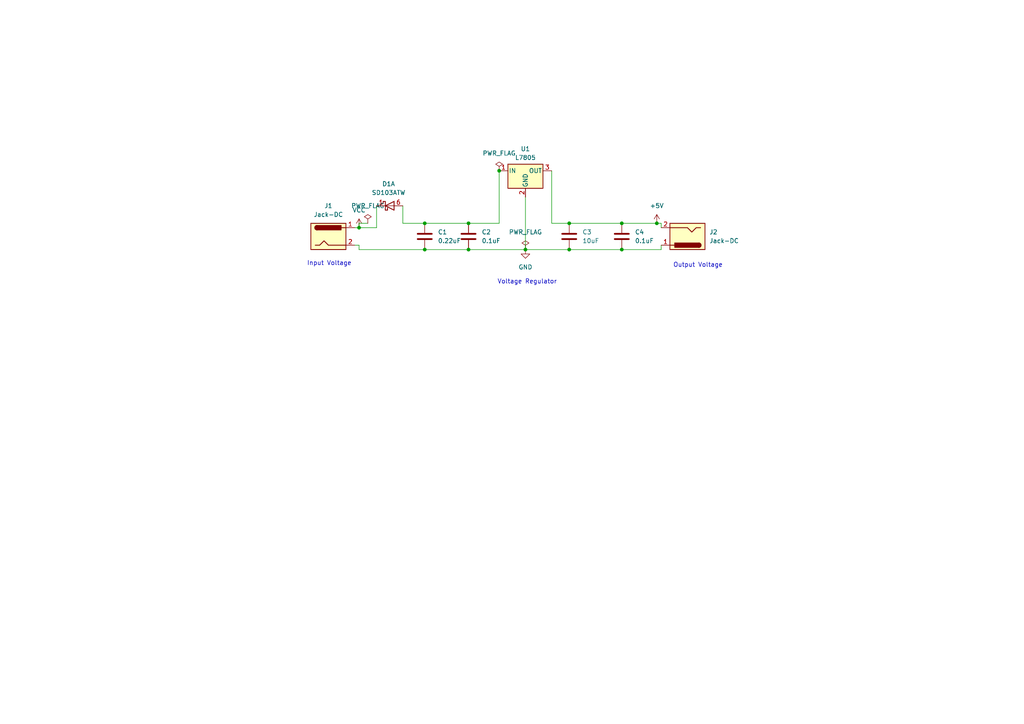
<source format=kicad_sch>
(kicad_sch
	(version 20231120)
	(generator "eeschema")
	(generator_version "8.0")
	(uuid "88049f57-0c55-4beb-8015-5c49febb058b")
	(paper "A4")
	(lib_symbols
		(symbol "Connector:Jack-DC"
			(pin_names
				(offset 1.016)
			)
			(exclude_from_sim no)
			(in_bom yes)
			(on_board yes)
			(property "Reference" "J"
				(at 0 5.334 0)
				(effects
					(font
						(size 1.27 1.27)
					)
				)
			)
			(property "Value" "Jack-DC"
				(at 0 -5.08 0)
				(effects
					(font
						(size 1.27 1.27)
					)
				)
			)
			(property "Footprint" ""
				(at 1.27 -1.016 0)
				(effects
					(font
						(size 1.27 1.27)
					)
					(hide yes)
				)
			)
			(property "Datasheet" "~"
				(at 1.27 -1.016 0)
				(effects
					(font
						(size 1.27 1.27)
					)
					(hide yes)
				)
			)
			(property "Description" "DC Barrel Jack"
				(at 0 0 0)
				(effects
					(font
						(size 1.27 1.27)
					)
					(hide yes)
				)
			)
			(property "ki_keywords" "DC power barrel jack connector"
				(at 0 0 0)
				(effects
					(font
						(size 1.27 1.27)
					)
					(hide yes)
				)
			)
			(property "ki_fp_filters" "BarrelJack*"
				(at 0 0 0)
				(effects
					(font
						(size 1.27 1.27)
					)
					(hide yes)
				)
			)
			(symbol "Jack-DC_0_1"
				(rectangle
					(start -5.08 3.81)
					(end 5.08 -3.81)
					(stroke
						(width 0.254)
						(type default)
					)
					(fill
						(type background)
					)
				)
				(arc
					(start -3.302 3.175)
					(mid -3.9343 2.54)
					(end -3.302 1.905)
					(stroke
						(width 0.254)
						(type default)
					)
					(fill
						(type none)
					)
				)
				(arc
					(start -3.302 3.175)
					(mid -3.9343 2.54)
					(end -3.302 1.905)
					(stroke
						(width 0.254)
						(type default)
					)
					(fill
						(type outline)
					)
				)
				(polyline
					(pts
						(xy 5.08 2.54) (xy 3.81 2.54)
					)
					(stroke
						(width 0.254)
						(type default)
					)
					(fill
						(type none)
					)
				)
				(polyline
					(pts
						(xy -3.81 -2.54) (xy -2.54 -2.54) (xy -1.27 -1.27) (xy 0 -2.54) (xy 2.54 -2.54) (xy 5.08 -2.54)
					)
					(stroke
						(width 0.254)
						(type default)
					)
					(fill
						(type none)
					)
				)
				(rectangle
					(start 3.683 3.175)
					(end -3.302 1.905)
					(stroke
						(width 0.254)
						(type default)
					)
					(fill
						(type outline)
					)
				)
			)
			(symbol "Jack-DC_1_1"
				(pin passive line
					(at 7.62 2.54 180)
					(length 2.54)
					(name "~"
						(effects
							(font
								(size 1.27 1.27)
							)
						)
					)
					(number "1"
						(effects
							(font
								(size 1.27 1.27)
							)
						)
					)
				)
				(pin passive line
					(at 7.62 -2.54 180)
					(length 2.54)
					(name "~"
						(effects
							(font
								(size 1.27 1.27)
							)
						)
					)
					(number "2"
						(effects
							(font
								(size 1.27 1.27)
							)
						)
					)
				)
			)
		)
		(symbol "Device:C"
			(pin_numbers hide)
			(pin_names
				(offset 0.254)
			)
			(exclude_from_sim no)
			(in_bom yes)
			(on_board yes)
			(property "Reference" "C"
				(at 0.635 2.54 0)
				(effects
					(font
						(size 1.27 1.27)
					)
					(justify left)
				)
			)
			(property "Value" "C"
				(at 0.635 -2.54 0)
				(effects
					(font
						(size 1.27 1.27)
					)
					(justify left)
				)
			)
			(property "Footprint" ""
				(at 0.9652 -3.81 0)
				(effects
					(font
						(size 1.27 1.27)
					)
					(hide yes)
				)
			)
			(property "Datasheet" "~"
				(at 0 0 0)
				(effects
					(font
						(size 1.27 1.27)
					)
					(hide yes)
				)
			)
			(property "Description" "Unpolarized capacitor"
				(at 0 0 0)
				(effects
					(font
						(size 1.27 1.27)
					)
					(hide yes)
				)
			)
			(property "ki_keywords" "cap capacitor"
				(at 0 0 0)
				(effects
					(font
						(size 1.27 1.27)
					)
					(hide yes)
				)
			)
			(property "ki_fp_filters" "C_*"
				(at 0 0 0)
				(effects
					(font
						(size 1.27 1.27)
					)
					(hide yes)
				)
			)
			(symbol "C_0_1"
				(polyline
					(pts
						(xy -2.032 -0.762) (xy 2.032 -0.762)
					)
					(stroke
						(width 0.508)
						(type default)
					)
					(fill
						(type none)
					)
				)
				(polyline
					(pts
						(xy -2.032 0.762) (xy 2.032 0.762)
					)
					(stroke
						(width 0.508)
						(type default)
					)
					(fill
						(type none)
					)
				)
			)
			(symbol "C_1_1"
				(pin passive line
					(at 0 3.81 270)
					(length 2.794)
					(name "~"
						(effects
							(font
								(size 1.27 1.27)
							)
						)
					)
					(number "1"
						(effects
							(font
								(size 1.27 1.27)
							)
						)
					)
				)
				(pin passive line
					(at 0 -3.81 90)
					(length 2.794)
					(name "~"
						(effects
							(font
								(size 1.27 1.27)
							)
						)
					)
					(number "2"
						(effects
							(font
								(size 1.27 1.27)
							)
						)
					)
				)
			)
		)
		(symbol "Diode:SD103ATW"
			(pin_names hide)
			(exclude_from_sim no)
			(in_bom yes)
			(on_board yes)
			(property "Reference" "D"
				(at -1.27 2.54 0)
				(effects
					(font
						(size 1.27 1.27)
					)
				)
			)
			(property "Value" "SD103ATW"
				(at 0 -2.54 0)
				(effects
					(font
						(size 1.27 1.27)
					)
				)
			)
			(property "Footprint" "Package_TO_SOT_SMD:SOT-363_SC-70-6"
				(at 0 -5.08 0)
				(effects
					(font
						(size 1.27 1.27)
					)
					(hide yes)
				)
			)
			(property "Datasheet" "https://www.diodes.com/assets/Datasheets/ds30374.pdf"
				(at 0 0 0)
				(effects
					(font
						(size 1.27 1.27)
					)
					(hide yes)
				)
			)
			(property "Description" "Schottky Barrier Diode Array, SOT-363"
				(at 0 0 0)
				(effects
					(font
						(size 1.27 1.27)
					)
					(hide yes)
				)
			)
			(property "ki_keywords" "schottky barrier diode array"
				(at 0 0 0)
				(effects
					(font
						(size 1.27 1.27)
					)
					(hide yes)
				)
			)
			(property "ki_fp_filters" "SOT?363*"
				(at 0 0 0)
				(effects
					(font
						(size 1.27 1.27)
					)
					(hide yes)
				)
			)
			(symbol "SD103ATW_0_1"
				(polyline
					(pts
						(xy 1.27 0) (xy -1.27 0)
					)
					(stroke
						(width 0)
						(type default)
					)
					(fill
						(type none)
					)
				)
				(polyline
					(pts
						(xy 1.27 1.27) (xy 1.27 -1.27) (xy -1.27 0) (xy 1.27 1.27)
					)
					(stroke
						(width 0.254)
						(type default)
					)
					(fill
						(type none)
					)
				)
				(polyline
					(pts
						(xy -1.905 0.635) (xy -1.905 1.27) (xy -1.27 1.27) (xy -1.27 -1.27) (xy -0.635 -1.27) (xy -0.635 -0.635)
					)
					(stroke
						(width 0.254)
						(type default)
					)
					(fill
						(type none)
					)
				)
			)
			(symbol "SD103ATW_1_1"
				(pin passive line
					(at -3.81 0 0)
					(length 2.54)
					(name "K"
						(effects
							(font
								(size 1.27 1.27)
							)
						)
					)
					(number "1"
						(effects
							(font
								(size 1.27 1.27)
							)
						)
					)
				)
				(pin passive line
					(at 3.81 0 180)
					(length 2.54)
					(name "A"
						(effects
							(font
								(size 1.27 1.27)
							)
						)
					)
					(number "6"
						(effects
							(font
								(size 1.27 1.27)
							)
						)
					)
				)
			)
			(symbol "SD103ATW_2_1"
				(pin passive line
					(at -3.81 0 0)
					(length 2.54)
					(name "K"
						(effects
							(font
								(size 1.27 1.27)
							)
						)
					)
					(number "2"
						(effects
							(font
								(size 1.27 1.27)
							)
						)
					)
				)
				(pin passive line
					(at 3.81 0 180)
					(length 2.54)
					(name "A"
						(effects
							(font
								(size 1.27 1.27)
							)
						)
					)
					(number "5"
						(effects
							(font
								(size 1.27 1.27)
							)
						)
					)
				)
			)
			(symbol "SD103ATW_3_1"
				(pin passive line
					(at -3.81 0 0)
					(length 2.54)
					(name "K"
						(effects
							(font
								(size 1.27 1.27)
							)
						)
					)
					(number "3"
						(effects
							(font
								(size 1.27 1.27)
							)
						)
					)
				)
				(pin passive line
					(at 3.81 0 180)
					(length 2.54)
					(name "A"
						(effects
							(font
								(size 1.27 1.27)
							)
						)
					)
					(number "4"
						(effects
							(font
								(size 1.27 1.27)
							)
						)
					)
				)
			)
		)
		(symbol "Regulator_Linear:L7805"
			(pin_names
				(offset 0.254)
			)
			(exclude_from_sim no)
			(in_bom yes)
			(on_board yes)
			(property "Reference" "U"
				(at -3.81 3.175 0)
				(effects
					(font
						(size 1.27 1.27)
					)
				)
			)
			(property "Value" "L7805"
				(at 0 3.175 0)
				(effects
					(font
						(size 1.27 1.27)
					)
					(justify left)
				)
			)
			(property "Footprint" ""
				(at 0.635 -3.81 0)
				(effects
					(font
						(size 1.27 1.27)
						(italic yes)
					)
					(justify left)
					(hide yes)
				)
			)
			(property "Datasheet" "http://www.st.com/content/ccc/resource/technical/document/datasheet/41/4f/b3/b0/12/d4/47/88/CD00000444.pdf/files/CD00000444.pdf/jcr:content/translations/en.CD00000444.pdf"
				(at 0 -1.27 0)
				(effects
					(font
						(size 1.27 1.27)
					)
					(hide yes)
				)
			)
			(property "Description" "Positive 1.5A 35V Linear Regulator, Fixed Output 5V, TO-220/TO-263/TO-252"
				(at 0 0 0)
				(effects
					(font
						(size 1.27 1.27)
					)
					(hide yes)
				)
			)
			(property "ki_keywords" "Voltage Regulator 1.5A Positive"
				(at 0 0 0)
				(effects
					(font
						(size 1.27 1.27)
					)
					(hide yes)
				)
			)
			(property "ki_fp_filters" "TO?252* TO?263* TO?220*"
				(at 0 0 0)
				(effects
					(font
						(size 1.27 1.27)
					)
					(hide yes)
				)
			)
			(symbol "L7805_0_1"
				(rectangle
					(start -5.08 1.905)
					(end 5.08 -5.08)
					(stroke
						(width 0.254)
						(type default)
					)
					(fill
						(type background)
					)
				)
			)
			(symbol "L7805_1_1"
				(pin power_in line
					(at -7.62 0 0)
					(length 2.54)
					(name "IN"
						(effects
							(font
								(size 1.27 1.27)
							)
						)
					)
					(number "1"
						(effects
							(font
								(size 1.27 1.27)
							)
						)
					)
				)
				(pin power_in line
					(at 0 -7.62 90)
					(length 2.54)
					(name "GND"
						(effects
							(font
								(size 1.27 1.27)
							)
						)
					)
					(number "2"
						(effects
							(font
								(size 1.27 1.27)
							)
						)
					)
				)
				(pin power_out line
					(at 7.62 0 180)
					(length 2.54)
					(name "OUT"
						(effects
							(font
								(size 1.27 1.27)
							)
						)
					)
					(number "3"
						(effects
							(font
								(size 1.27 1.27)
							)
						)
					)
				)
			)
		)
		(symbol "power:+5V"
			(power)
			(pin_numbers hide)
			(pin_names
				(offset 0) hide)
			(exclude_from_sim no)
			(in_bom yes)
			(on_board yes)
			(property "Reference" "#PWR"
				(at 0 -3.81 0)
				(effects
					(font
						(size 1.27 1.27)
					)
					(hide yes)
				)
			)
			(property "Value" "+5V"
				(at 0 3.556 0)
				(effects
					(font
						(size 1.27 1.27)
					)
				)
			)
			(property "Footprint" ""
				(at 0 0 0)
				(effects
					(font
						(size 1.27 1.27)
					)
					(hide yes)
				)
			)
			(property "Datasheet" ""
				(at 0 0 0)
				(effects
					(font
						(size 1.27 1.27)
					)
					(hide yes)
				)
			)
			(property "Description" "Power symbol creates a global label with name \"+5V\""
				(at 0 0 0)
				(effects
					(font
						(size 1.27 1.27)
					)
					(hide yes)
				)
			)
			(property "ki_keywords" "global power"
				(at 0 0 0)
				(effects
					(font
						(size 1.27 1.27)
					)
					(hide yes)
				)
			)
			(symbol "+5V_0_1"
				(polyline
					(pts
						(xy -0.762 1.27) (xy 0 2.54)
					)
					(stroke
						(width 0)
						(type default)
					)
					(fill
						(type none)
					)
				)
				(polyline
					(pts
						(xy 0 0) (xy 0 2.54)
					)
					(stroke
						(width 0)
						(type default)
					)
					(fill
						(type none)
					)
				)
				(polyline
					(pts
						(xy 0 2.54) (xy 0.762 1.27)
					)
					(stroke
						(width 0)
						(type default)
					)
					(fill
						(type none)
					)
				)
			)
			(symbol "+5V_1_1"
				(pin power_in line
					(at 0 0 90)
					(length 0)
					(name "~"
						(effects
							(font
								(size 1.27 1.27)
							)
						)
					)
					(number "1"
						(effects
							(font
								(size 1.27 1.27)
							)
						)
					)
				)
			)
		)
		(symbol "power:GND"
			(power)
			(pin_numbers hide)
			(pin_names
				(offset 0) hide)
			(exclude_from_sim no)
			(in_bom yes)
			(on_board yes)
			(property "Reference" "#PWR"
				(at 0 -6.35 0)
				(effects
					(font
						(size 1.27 1.27)
					)
					(hide yes)
				)
			)
			(property "Value" "GND"
				(at 0 -3.81 0)
				(effects
					(font
						(size 1.27 1.27)
					)
				)
			)
			(property "Footprint" ""
				(at 0 0 0)
				(effects
					(font
						(size 1.27 1.27)
					)
					(hide yes)
				)
			)
			(property "Datasheet" ""
				(at 0 0 0)
				(effects
					(font
						(size 1.27 1.27)
					)
					(hide yes)
				)
			)
			(property "Description" "Power symbol creates a global label with name \"GND\" , ground"
				(at 0 0 0)
				(effects
					(font
						(size 1.27 1.27)
					)
					(hide yes)
				)
			)
			(property "ki_keywords" "global power"
				(at 0 0 0)
				(effects
					(font
						(size 1.27 1.27)
					)
					(hide yes)
				)
			)
			(symbol "GND_0_1"
				(polyline
					(pts
						(xy 0 0) (xy 0 -1.27) (xy 1.27 -1.27) (xy 0 -2.54) (xy -1.27 -1.27) (xy 0 -1.27)
					)
					(stroke
						(width 0)
						(type default)
					)
					(fill
						(type none)
					)
				)
			)
			(symbol "GND_1_1"
				(pin power_in line
					(at 0 0 270)
					(length 0)
					(name "~"
						(effects
							(font
								(size 1.27 1.27)
							)
						)
					)
					(number "1"
						(effects
							(font
								(size 1.27 1.27)
							)
						)
					)
				)
			)
		)
		(symbol "power:PWR_FLAG"
			(power)
			(pin_numbers hide)
			(pin_names
				(offset 0) hide)
			(exclude_from_sim no)
			(in_bom yes)
			(on_board yes)
			(property "Reference" "#FLG"
				(at 0 1.905 0)
				(effects
					(font
						(size 1.27 1.27)
					)
					(hide yes)
				)
			)
			(property "Value" "PWR_FLAG"
				(at 0 3.81 0)
				(effects
					(font
						(size 1.27 1.27)
					)
				)
			)
			(property "Footprint" ""
				(at 0 0 0)
				(effects
					(font
						(size 1.27 1.27)
					)
					(hide yes)
				)
			)
			(property "Datasheet" "~"
				(at 0 0 0)
				(effects
					(font
						(size 1.27 1.27)
					)
					(hide yes)
				)
			)
			(property "Description" "Special symbol for telling ERC where power comes from"
				(at 0 0 0)
				(effects
					(font
						(size 1.27 1.27)
					)
					(hide yes)
				)
			)
			(property "ki_keywords" "flag power"
				(at 0 0 0)
				(effects
					(font
						(size 1.27 1.27)
					)
					(hide yes)
				)
			)
			(symbol "PWR_FLAG_0_0"
				(pin power_out line
					(at 0 0 90)
					(length 0)
					(name "~"
						(effects
							(font
								(size 1.27 1.27)
							)
						)
					)
					(number "1"
						(effects
							(font
								(size 1.27 1.27)
							)
						)
					)
				)
			)
			(symbol "PWR_FLAG_0_1"
				(polyline
					(pts
						(xy 0 0) (xy 0 1.27) (xy -1.016 1.905) (xy 0 2.54) (xy 1.016 1.905) (xy 0 1.27)
					)
					(stroke
						(width 0)
						(type default)
					)
					(fill
						(type none)
					)
				)
			)
		)
		(symbol "power:VCC"
			(power)
			(pin_numbers hide)
			(pin_names
				(offset 0) hide)
			(exclude_from_sim no)
			(in_bom yes)
			(on_board yes)
			(property "Reference" "#PWR"
				(at 0 -3.81 0)
				(effects
					(font
						(size 1.27 1.27)
					)
					(hide yes)
				)
			)
			(property "Value" "VCC"
				(at 0 3.556 0)
				(effects
					(font
						(size 1.27 1.27)
					)
				)
			)
			(property "Footprint" ""
				(at 0 0 0)
				(effects
					(font
						(size 1.27 1.27)
					)
					(hide yes)
				)
			)
			(property "Datasheet" ""
				(at 0 0 0)
				(effects
					(font
						(size 1.27 1.27)
					)
					(hide yes)
				)
			)
			(property "Description" "Power symbol creates a global label with name \"VCC\""
				(at 0 0 0)
				(effects
					(font
						(size 1.27 1.27)
					)
					(hide yes)
				)
			)
			(property "ki_keywords" "global power"
				(at 0 0 0)
				(effects
					(font
						(size 1.27 1.27)
					)
					(hide yes)
				)
			)
			(symbol "VCC_0_1"
				(polyline
					(pts
						(xy -0.762 1.27) (xy 0 2.54)
					)
					(stroke
						(width 0)
						(type default)
					)
					(fill
						(type none)
					)
				)
				(polyline
					(pts
						(xy 0 0) (xy 0 2.54)
					)
					(stroke
						(width 0)
						(type default)
					)
					(fill
						(type none)
					)
				)
				(polyline
					(pts
						(xy 0 2.54) (xy 0.762 1.27)
					)
					(stroke
						(width 0)
						(type default)
					)
					(fill
						(type none)
					)
				)
			)
			(symbol "VCC_1_1"
				(pin power_in line
					(at 0 0 90)
					(length 0)
					(name "~"
						(effects
							(font
								(size 1.27 1.27)
							)
						)
					)
					(number "1"
						(effects
							(font
								(size 1.27 1.27)
							)
						)
					)
				)
			)
		)
	)
	(junction
		(at 190.5 64.77)
		(diameter 0)
		(color 0 0 0 0)
		(uuid "00c55ec4-3ac2-411f-862e-eb73aa885c3d")
	)
	(junction
		(at 104.14 66.04)
		(diameter 0)
		(color 0 0 0 0)
		(uuid "39eec6ce-7db0-4bae-a287-3255c895a570")
	)
	(junction
		(at 165.1 72.39)
		(diameter 0)
		(color 0 0 0 0)
		(uuid "4b4c8258-19f7-4731-a26a-e98d563f8798")
	)
	(junction
		(at 152.4 72.39)
		(diameter 0)
		(color 0 0 0 0)
		(uuid "4ec8394d-6aa1-4a44-bf8a-eef6d80756db")
	)
	(junction
		(at 165.1 64.77)
		(diameter 0)
		(color 0 0 0 0)
		(uuid "4fb50b47-5aec-48ba-b393-2bc7debc46ae")
	)
	(junction
		(at 123.19 64.77)
		(diameter 0)
		(color 0 0 0 0)
		(uuid "57dc44a4-eee0-4d5b-89a2-cb0e8b913980")
	)
	(junction
		(at 135.89 72.39)
		(diameter 0)
		(color 0 0 0 0)
		(uuid "717d1e85-081f-4164-ac24-c4b81c7eeda3")
	)
	(junction
		(at 180.34 72.39)
		(diameter 0)
		(color 0 0 0 0)
		(uuid "9ab86505-b899-468e-8a79-11c34ecf900e")
	)
	(junction
		(at 180.34 64.77)
		(diameter 0)
		(color 0 0 0 0)
		(uuid "aa05ae10-6285-4e5e-b659-9f402ab9e8e7")
	)
	(junction
		(at 144.78 49.53)
		(diameter 0)
		(color 0 0 0 0)
		(uuid "e99e423c-53a7-4804-b9d3-fc9689bd2e48")
	)
	(junction
		(at 123.19 72.39)
		(diameter 0)
		(color 0 0 0 0)
		(uuid "ee0daf0e-b5fa-4158-9ff1-b551c89e4b90")
	)
	(junction
		(at 135.89 64.77)
		(diameter 0)
		(color 0 0 0 0)
		(uuid "ee4448ee-75c1-46ae-8aaf-341e5eeda6b5")
	)
	(wire
		(pts
			(xy 104.14 72.39) (xy 123.19 72.39)
		)
		(stroke
			(width 0)
			(type default)
		)
		(uuid "09f5810c-7f07-4376-acc5-357cb9f0a050")
	)
	(wire
		(pts
			(xy 116.84 59.69) (xy 116.84 64.77)
		)
		(stroke
			(width 0)
			(type default)
		)
		(uuid "0d79b569-8404-4c59-b9c2-020ec56afa6c")
	)
	(wire
		(pts
			(xy 165.1 64.77) (xy 180.34 64.77)
		)
		(stroke
			(width 0)
			(type default)
		)
		(uuid "1ad4f0e0-b98b-47ec-9d8c-d550cf58d7f1")
	)
	(wire
		(pts
			(xy 190.5 64.77) (xy 191.77 64.77)
		)
		(stroke
			(width 0)
			(type default)
		)
		(uuid "1e03818e-fb6d-44f6-8059-d9bca533ab31")
	)
	(wire
		(pts
			(xy 135.89 72.39) (xy 152.4 72.39)
		)
		(stroke
			(width 0)
			(type default)
		)
		(uuid "24a509b0-ce11-4cfd-85c5-82e7c8ffa3b0")
	)
	(wire
		(pts
			(xy 191.77 64.77) (xy 191.77 66.04)
		)
		(stroke
			(width 0)
			(type default)
		)
		(uuid "25234dc9-6f46-4ebe-a3dc-5f8091759e5c")
	)
	(wire
		(pts
			(xy 160.02 64.77) (xy 165.1 64.77)
		)
		(stroke
			(width 0)
			(type default)
		)
		(uuid "26913841-959a-4906-bf77-9949432e6471")
	)
	(wire
		(pts
			(xy 144.78 64.77) (xy 135.89 64.77)
		)
		(stroke
			(width 0)
			(type default)
		)
		(uuid "37946480-2bc3-403e-b782-941411d7f9da")
	)
	(wire
		(pts
			(xy 144.78 49.53) (xy 144.78 64.77)
		)
		(stroke
			(width 0)
			(type default)
		)
		(uuid "3b4441a5-58cb-402d-955a-56d7a2eca0d7")
	)
	(wire
		(pts
			(xy 102.87 71.12) (xy 104.14 71.12)
		)
		(stroke
			(width 0)
			(type default)
		)
		(uuid "46a67741-e4ea-4cc5-95e6-a8f97dffc534")
	)
	(wire
		(pts
			(xy 104.14 64.77) (xy 104.14 66.04)
		)
		(stroke
			(width 0)
			(type default)
		)
		(uuid "6cd1e860-55d3-4f57-b77d-d14ae6177234")
	)
	(wire
		(pts
			(xy 191.77 71.12) (xy 191.77 72.39)
		)
		(stroke
			(width 0)
			(type default)
		)
		(uuid "7a96b305-ac6f-45f3-8553-0cad9b247fe8")
	)
	(wire
		(pts
			(xy 123.19 72.39) (xy 135.89 72.39)
		)
		(stroke
			(width 0)
			(type default)
		)
		(uuid "7ee04106-2f5c-4440-b16f-706056205fd1")
	)
	(wire
		(pts
			(xy 152.4 57.15) (xy 152.4 72.39)
		)
		(stroke
			(width 0)
			(type default)
		)
		(uuid "7ee89cf7-1933-4b68-a4b9-b371988630b6")
	)
	(wire
		(pts
			(xy 104.14 71.12) (xy 104.14 72.39)
		)
		(stroke
			(width 0)
			(type default)
		)
		(uuid "93ee5084-8d9d-4a50-898f-ce0b6fffad6f")
	)
	(wire
		(pts
			(xy 152.4 72.39) (xy 165.1 72.39)
		)
		(stroke
			(width 0)
			(type default)
		)
		(uuid "9968d33b-346a-4493-a53a-2171d766aa15")
	)
	(wire
		(pts
			(xy 160.02 49.53) (xy 160.02 64.77)
		)
		(stroke
			(width 0)
			(type default)
		)
		(uuid "a8cb8938-c901-43ac-993b-0eaa45e6ca42")
	)
	(wire
		(pts
			(xy 102.87 66.04) (xy 104.14 66.04)
		)
		(stroke
			(width 0)
			(type default)
		)
		(uuid "a94063a9-9abd-45b7-9c64-0f96120fe876")
	)
	(wire
		(pts
			(xy 180.34 72.39) (xy 191.77 72.39)
		)
		(stroke
			(width 0)
			(type default)
		)
		(uuid "b37f87de-4e03-420f-9833-2581a3aa99be")
	)
	(wire
		(pts
			(xy 180.34 64.77) (xy 190.5 64.77)
		)
		(stroke
			(width 0)
			(type default)
		)
		(uuid "d065a6ae-90f8-43b2-9b6a-f7fef007b088")
	)
	(wire
		(pts
			(xy 165.1 72.39) (xy 180.34 72.39)
		)
		(stroke
			(width 0)
			(type default)
		)
		(uuid "d395821d-bbac-4ced-859b-c31ead01797f")
	)
	(wire
		(pts
			(xy 123.19 64.77) (xy 135.89 64.77)
		)
		(stroke
			(width 0)
			(type default)
		)
		(uuid "e2632622-d5a4-42b5-8666-1ba3e6863a28")
	)
	(wire
		(pts
			(xy 109.22 59.69) (xy 109.22 66.04)
		)
		(stroke
			(width 0)
			(type default)
		)
		(uuid "e6bb7b88-7c98-4ebc-9fa7-1790b73d73f7")
	)
	(wire
		(pts
			(xy 104.14 66.04) (xy 109.22 66.04)
		)
		(stroke
			(width 0)
			(type default)
		)
		(uuid "ec4c96c1-4086-45db-a453-55592981c731")
	)
	(wire
		(pts
			(xy 106.68 64.77) (xy 104.14 64.77)
		)
		(stroke
			(width 0)
			(type default)
		)
		(uuid "eee3c16e-e3dd-4ed8-8016-57f752185409")
	)
	(wire
		(pts
			(xy 116.84 64.77) (xy 123.19 64.77)
		)
		(stroke
			(width 0)
			(type default)
		)
		(uuid "f2c82e7f-58b8-41eb-8d5c-15eb9895f492")
	)
	(text "Voltage Regulator"
		(exclude_from_sim no)
		(at 152.908 81.788 0)
		(effects
			(font
				(size 1.27 1.27)
			)
		)
		(uuid "710454f4-ccc7-437a-b8ba-717cefe3e54d")
	)
	(text "Input Voltage"
		(exclude_from_sim no)
		(at 95.504 76.454 0)
		(effects
			(font
				(size 1.27 1.27)
			)
		)
		(uuid "bdc664c6-5767-46cf-87a3-d049272e3460")
	)
	(text "Output Voltage"
		(exclude_from_sim no)
		(at 202.438 76.962 0)
		(effects
			(font
				(size 1.27 1.27)
			)
		)
		(uuid "e85d89b9-591e-4608-ab9a-304febb858ca")
	)
	(symbol
		(lib_id "Connector:Jack-DC")
		(at 95.25 68.58 0)
		(unit 1)
		(exclude_from_sim no)
		(in_bom yes)
		(on_board yes)
		(dnp no)
		(fields_autoplaced yes)
		(uuid "00cc2ee9-068f-44eb-bb1d-50d489d2afb7")
		(property "Reference" "J1"
			(at 95.25 59.69 0)
			(effects
				(font
					(size 1.27 1.27)
				)
			)
		)
		(property "Value" "Jack-DC"
			(at 95.25 62.23 0)
			(effects
				(font
					(size 1.27 1.27)
				)
			)
		)
		(property "Footprint" "Connector_BarrelJack:BarrelJack_SwitchcraftConxall_RAPC10U_Horizontal"
			(at 96.52 69.596 0)
			(effects
				(font
					(size 1.27 1.27)
				)
				(hide yes)
			)
		)
		(property "Datasheet" "~"
			(at 96.52 69.596 0)
			(effects
				(font
					(size 1.27 1.27)
				)
				(hide yes)
			)
		)
		(property "Description" "DC Barrel Jack"
			(at 95.25 68.58 0)
			(effects
				(font
					(size 1.27 1.27)
				)
				(hide yes)
			)
		)
		(pin "2"
			(uuid "24fb5392-2764-4488-bd96-3eaee6d129d0")
		)
		(pin "1"
			(uuid "4a2c9b7f-f465-4e14-99bf-500fa4bbc6b8")
		)
		(instances
			(project ""
				(path "/88049f57-0c55-4beb-8015-5c49febb058b"
					(reference "J1")
					(unit 1)
				)
			)
		)
	)
	(symbol
		(lib_id "Device:C")
		(at 123.19 68.58 0)
		(unit 1)
		(exclude_from_sim no)
		(in_bom yes)
		(on_board yes)
		(dnp no)
		(fields_autoplaced yes)
		(uuid "1b865070-537c-4512-85bf-3ae6cdc3d82e")
		(property "Reference" "C1"
			(at 127 67.3099 0)
			(effects
				(font
					(size 1.27 1.27)
				)
				(justify left)
			)
		)
		(property "Value" "0.22uF"
			(at 127 69.8499 0)
			(effects
				(font
					(size 1.27 1.27)
				)
				(justify left)
			)
		)
		(property "Footprint" "Capacitor_SMD:C_0201_0603Metric_Pad0.64x0.40mm_HandSolder"
			(at 124.1552 72.39 0)
			(effects
				(font
					(size 1.27 1.27)
				)
				(hide yes)
			)
		)
		(property "Datasheet" "~"
			(at 123.19 68.58 0)
			(effects
				(font
					(size 1.27 1.27)
				)
				(hide yes)
			)
		)
		(property "Description" "Unpolarized capacitor"
			(at 123.19 68.58 0)
			(effects
				(font
					(size 1.27 1.27)
				)
				(hide yes)
			)
		)
		(pin "1"
			(uuid "1aac1cfa-55d8-4250-93ca-f58fe22cb615")
		)
		(pin "2"
			(uuid "ea2e1396-27bc-4620-b5fc-a417c30ac3fa")
		)
		(instances
			(project ""
				(path "/88049f57-0c55-4beb-8015-5c49febb058b"
					(reference "C1")
					(unit 1)
				)
			)
		)
	)
	(symbol
		(lib_id "power:PWR_FLAG")
		(at 144.78 49.53 0)
		(unit 1)
		(exclude_from_sim no)
		(in_bom yes)
		(on_board yes)
		(dnp no)
		(fields_autoplaced yes)
		(uuid "1d6f5ab7-7705-4394-a75d-c294a2b5e239")
		(property "Reference" "#FLG03"
			(at 144.78 47.625 0)
			(effects
				(font
					(size 1.27 1.27)
				)
				(hide yes)
			)
		)
		(property "Value" "PWR_FLAG"
			(at 144.78 44.45 0)
			(effects
				(font
					(size 1.27 1.27)
				)
			)
		)
		(property "Footprint" ""
			(at 144.78 49.53 0)
			(effects
				(font
					(size 1.27 1.27)
				)
				(hide yes)
			)
		)
		(property "Datasheet" "~"
			(at 144.78 49.53 0)
			(effects
				(font
					(size 1.27 1.27)
				)
				(hide yes)
			)
		)
		(property "Description" "Special symbol for telling ERC where power comes from"
			(at 144.78 49.53 0)
			(effects
				(font
					(size 1.27 1.27)
				)
				(hide yes)
			)
		)
		(pin "1"
			(uuid "eab1db8a-52f3-4a51-9aed-8d3666a24e24")
		)
		(instances
			(project ""
				(path "/88049f57-0c55-4beb-8015-5c49febb058b"
					(reference "#FLG03")
					(unit 1)
				)
			)
		)
	)
	(symbol
		(lib_id "power:PWR_FLAG")
		(at 106.68 64.77 0)
		(unit 1)
		(exclude_from_sim no)
		(in_bom yes)
		(on_board yes)
		(dnp no)
		(fields_autoplaced yes)
		(uuid "3feba342-c08c-4845-879a-349c5d28dd1b")
		(property "Reference" "#FLG01"
			(at 106.68 62.865 0)
			(effects
				(font
					(size 1.27 1.27)
				)
				(hide yes)
			)
		)
		(property "Value" "PWR_FLAG"
			(at 106.68 59.69 0)
			(effects
				(font
					(size 1.27 1.27)
				)
			)
		)
		(property "Footprint" ""
			(at 106.68 64.77 0)
			(effects
				(font
					(size 1.27 1.27)
				)
				(hide yes)
			)
		)
		(property "Datasheet" "~"
			(at 106.68 64.77 0)
			(effects
				(font
					(size 1.27 1.27)
				)
				(hide yes)
			)
		)
		(property "Description" "Special symbol for telling ERC where power comes from"
			(at 106.68 64.77 0)
			(effects
				(font
					(size 1.27 1.27)
				)
				(hide yes)
			)
		)
		(pin "1"
			(uuid "195cb6d0-cb37-4899-9082-617e74f95191")
		)
		(instances
			(project ""
				(path "/88049f57-0c55-4beb-8015-5c49febb058b"
					(reference "#FLG01")
					(unit 1)
				)
			)
		)
	)
	(symbol
		(lib_id "Device:C")
		(at 180.34 68.58 0)
		(unit 1)
		(exclude_from_sim no)
		(in_bom yes)
		(on_board yes)
		(dnp no)
		(fields_autoplaced yes)
		(uuid "4b32f952-4d3e-43c2-8804-eace73c6794c")
		(property "Reference" "C4"
			(at 184.15 67.3099 0)
			(effects
				(font
					(size 1.27 1.27)
				)
				(justify left)
			)
		)
		(property "Value" "0.1uF"
			(at 184.15 69.8499 0)
			(effects
				(font
					(size 1.27 1.27)
				)
				(justify left)
			)
		)
		(property "Footprint" "Capacitor_SMD:C_0201_0603Metric_Pad0.64x0.40mm_HandSolder"
			(at 181.3052 72.39 0)
			(effects
				(font
					(size 1.27 1.27)
				)
				(hide yes)
			)
		)
		(property "Datasheet" "~"
			(at 180.34 68.58 0)
			(effects
				(font
					(size 1.27 1.27)
				)
				(hide yes)
			)
		)
		(property "Description" "Unpolarized capacitor"
			(at 180.34 68.58 0)
			(effects
				(font
					(size 1.27 1.27)
				)
				(hide yes)
			)
		)
		(pin "1"
			(uuid "39950cde-5468-4de9-b3e5-467b0b440567")
		)
		(pin "2"
			(uuid "31142510-0839-4135-81d2-cfa5e843ca47")
		)
		(instances
			(project "Voltage Regulator"
				(path "/88049f57-0c55-4beb-8015-5c49febb058b"
					(reference "C4")
					(unit 1)
				)
			)
		)
	)
	(symbol
		(lib_id "Device:C")
		(at 165.1 68.58 0)
		(unit 1)
		(exclude_from_sim no)
		(in_bom yes)
		(on_board yes)
		(dnp no)
		(fields_autoplaced yes)
		(uuid "4db76e95-4777-43c5-9216-7bfb254cb134")
		(property "Reference" "C3"
			(at 168.91 67.3099 0)
			(effects
				(font
					(size 1.27 1.27)
				)
				(justify left)
			)
		)
		(property "Value" "10uF"
			(at 168.91 69.8499 0)
			(effects
				(font
					(size 1.27 1.27)
				)
				(justify left)
			)
		)
		(property "Footprint" "Capacitor_SMD:C_0201_0603Metric_Pad0.64x0.40mm_HandSolder"
			(at 166.0652 72.39 0)
			(effects
				(font
					(size 1.27 1.27)
				)
				(hide yes)
			)
		)
		(property "Datasheet" "~"
			(at 165.1 68.58 0)
			(effects
				(font
					(size 1.27 1.27)
				)
				(hide yes)
			)
		)
		(property "Description" "Unpolarized capacitor"
			(at 165.1 68.58 0)
			(effects
				(font
					(size 1.27 1.27)
				)
				(hide yes)
			)
		)
		(pin "1"
			(uuid "5a88a1bd-2ff7-428b-aad5-71a6240a720c")
		)
		(pin "2"
			(uuid "3bff8d06-787f-471e-ab47-d732f2eed33f")
		)
		(instances
			(project "Voltage Regulator"
				(path "/88049f57-0c55-4beb-8015-5c49febb058b"
					(reference "C3")
					(unit 1)
				)
			)
		)
	)
	(symbol
		(lib_id "Device:C")
		(at 135.89 68.58 0)
		(unit 1)
		(exclude_from_sim no)
		(in_bom yes)
		(on_board yes)
		(dnp no)
		(fields_autoplaced yes)
		(uuid "52035c44-7dd1-4076-8e25-078730468d9e")
		(property "Reference" "C2"
			(at 139.7 67.3099 0)
			(effects
				(font
					(size 1.27 1.27)
				)
				(justify left)
			)
		)
		(property "Value" "0.1uF"
			(at 139.7 69.8499 0)
			(effects
				(font
					(size 1.27 1.27)
				)
				(justify left)
			)
		)
		(property "Footprint" "Capacitor_SMD:C_0201_0603Metric_Pad0.64x0.40mm_HandSolder"
			(at 136.8552 72.39 0)
			(effects
				(font
					(size 1.27 1.27)
				)
				(hide yes)
			)
		)
		(property "Datasheet" "~"
			(at 135.89 68.58 0)
			(effects
				(font
					(size 1.27 1.27)
				)
				(hide yes)
			)
		)
		(property "Description" "Unpolarized capacitor"
			(at 135.89 68.58 0)
			(effects
				(font
					(size 1.27 1.27)
				)
				(hide yes)
			)
		)
		(pin "1"
			(uuid "a3c5bdcb-c6af-4d1c-b841-6baee7b1d19a")
		)
		(pin "2"
			(uuid "5e215488-7ddd-4ca7-a421-58018af6662e")
		)
		(instances
			(project "Voltage Regulator"
				(path "/88049f57-0c55-4beb-8015-5c49febb058b"
					(reference "C2")
					(unit 1)
				)
			)
		)
	)
	(symbol
		(lib_id "Regulator_Linear:L7805")
		(at 152.4 49.53 0)
		(unit 1)
		(exclude_from_sim no)
		(in_bom yes)
		(on_board yes)
		(dnp no)
		(fields_autoplaced yes)
		(uuid "5d001e75-1ae7-4cbc-955b-5725567802f6")
		(property "Reference" "U1"
			(at 152.4 43.18 0)
			(effects
				(font
					(size 1.27 1.27)
				)
			)
		)
		(property "Value" "L7805"
			(at 152.4 45.72 0)
			(effects
				(font
					(size 1.27 1.27)
				)
			)
		)
		(property "Footprint" "Package_TO_SOT_THT:TO-220-3_Vertical"
			(at 153.035 53.34 0)
			(effects
				(font
					(size 1.27 1.27)
					(italic yes)
				)
				(justify left)
				(hide yes)
			)
		)
		(property "Datasheet" "http://www.st.com/content/ccc/resource/technical/document/datasheet/41/4f/b3/b0/12/d4/47/88/CD00000444.pdf/files/CD00000444.pdf/jcr:content/translations/en.CD00000444.pdf"
			(at 152.4 50.8 0)
			(effects
				(font
					(size 1.27 1.27)
				)
				(hide yes)
			)
		)
		(property "Description" "Positive 1.5A 35V Linear Regulator, Fixed Output 5V, TO-220/TO-263/TO-252"
			(at 152.4 49.53 0)
			(effects
				(font
					(size 1.27 1.27)
				)
				(hide yes)
			)
		)
		(pin "1"
			(uuid "1c1233d7-c5fe-4c4e-9bfc-f386521642e3")
		)
		(pin "3"
			(uuid "cb5bf623-e18b-4b6b-9c6d-7b0640f3b295")
		)
		(pin "2"
			(uuid "222e7150-67a7-4200-a6c2-43de6f9371f5")
		)
		(instances
			(project ""
				(path "/88049f57-0c55-4beb-8015-5c49febb058b"
					(reference "U1")
					(unit 1)
				)
			)
		)
	)
	(symbol
		(lib_id "power:+5V")
		(at 190.5 64.77 0)
		(unit 1)
		(exclude_from_sim no)
		(in_bom yes)
		(on_board yes)
		(dnp no)
		(fields_autoplaced yes)
		(uuid "674889e5-fe5f-4c53-aabe-e2ff38033e57")
		(property "Reference" "#PWR03"
			(at 190.5 68.58 0)
			(effects
				(font
					(size 1.27 1.27)
				)
				(hide yes)
			)
		)
		(property "Value" "+5V"
			(at 190.5 59.69 0)
			(effects
				(font
					(size 1.27 1.27)
				)
			)
		)
		(property "Footprint" ""
			(at 190.5 64.77 0)
			(effects
				(font
					(size 1.27 1.27)
				)
				(hide yes)
			)
		)
		(property "Datasheet" ""
			(at 190.5 64.77 0)
			(effects
				(font
					(size 1.27 1.27)
				)
				(hide yes)
			)
		)
		(property "Description" "Power symbol creates a global label with name \"+5V\""
			(at 190.5 64.77 0)
			(effects
				(font
					(size 1.27 1.27)
				)
				(hide yes)
			)
		)
		(pin "1"
			(uuid "75aa559f-700d-4c72-b972-c3ff5e395950")
		)
		(instances
			(project ""
				(path "/88049f57-0c55-4beb-8015-5c49febb058b"
					(reference "#PWR03")
					(unit 1)
				)
			)
		)
	)
	(symbol
		(lib_id "Connector:Jack-DC")
		(at 199.39 68.58 180)
		(unit 1)
		(exclude_from_sim no)
		(in_bom yes)
		(on_board yes)
		(dnp no)
		(fields_autoplaced yes)
		(uuid "81b22c58-5b2c-400f-b79f-829d378ab331")
		(property "Reference" "J2"
			(at 205.74 67.3099 0)
			(effects
				(font
					(size 1.27 1.27)
				)
				(justify right)
			)
		)
		(property "Value" "Jack-DC"
			(at 205.74 69.8499 0)
			(effects
				(font
					(size 1.27 1.27)
				)
				(justify right)
			)
		)
		(property "Footprint" "Connector_BarrelJack:BarrelJack_SwitchcraftConxall_RAPC10U_Horizontal"
			(at 198.12 67.564 0)
			(effects
				(font
					(size 1.27 1.27)
				)
				(hide yes)
			)
		)
		(property "Datasheet" "~"
			(at 198.12 67.564 0)
			(effects
				(font
					(size 1.27 1.27)
				)
				(hide yes)
			)
		)
		(property "Description" "DC Barrel Jack"
			(at 199.39 68.58 0)
			(effects
				(font
					(size 1.27 1.27)
				)
				(hide yes)
			)
		)
		(pin "2"
			(uuid "5476de85-8e9d-464a-a028-546fb088a446")
		)
		(pin "1"
			(uuid "29d540ec-1721-45c3-9cad-d8bced2301ea")
		)
		(instances
			(project "Voltage Regulator"
				(path "/88049f57-0c55-4beb-8015-5c49febb058b"
					(reference "J2")
					(unit 1)
				)
			)
		)
	)
	(symbol
		(lib_id "power:PWR_FLAG")
		(at 152.4 72.39 0)
		(unit 1)
		(exclude_from_sim no)
		(in_bom yes)
		(on_board yes)
		(dnp no)
		(fields_autoplaced yes)
		(uuid "9ace0800-dfe8-4d0b-a67a-4a8a7fe9d0db")
		(property "Reference" "#FLG02"
			(at 152.4 70.485 0)
			(effects
				(font
					(size 1.27 1.27)
				)
				(hide yes)
			)
		)
		(property "Value" "PWR_FLAG"
			(at 152.4 67.31 0)
			(effects
				(font
					(size 1.27 1.27)
				)
			)
		)
		(property "Footprint" ""
			(at 152.4 72.39 0)
			(effects
				(font
					(size 1.27 1.27)
				)
				(hide yes)
			)
		)
		(property "Datasheet" "~"
			(at 152.4 72.39 0)
			(effects
				(font
					(size 1.27 1.27)
				)
				(hide yes)
			)
		)
		(property "Description" "Special symbol for telling ERC where power comes from"
			(at 152.4 72.39 0)
			(effects
				(font
					(size 1.27 1.27)
				)
				(hide yes)
			)
		)
		(pin "1"
			(uuid "46cbc777-e268-4773-bffa-caacfbf27d74")
		)
		(instances
			(project ""
				(path "/88049f57-0c55-4beb-8015-5c49febb058b"
					(reference "#FLG02")
					(unit 1)
				)
			)
		)
	)
	(symbol
		(lib_id "power:GND")
		(at 152.4 72.39 0)
		(unit 1)
		(exclude_from_sim no)
		(in_bom yes)
		(on_board yes)
		(dnp no)
		(fields_autoplaced yes)
		(uuid "a0a9bd5c-ee0f-4a7b-b008-8ef61f2fc87a")
		(property "Reference" "#PWR01"
			(at 152.4 78.74 0)
			(effects
				(font
					(size 1.27 1.27)
				)
				(hide yes)
			)
		)
		(property "Value" "GND"
			(at 152.4 77.47 0)
			(effects
				(font
					(size 1.27 1.27)
				)
			)
		)
		(property "Footprint" ""
			(at 152.4 72.39 0)
			(effects
				(font
					(size 1.27 1.27)
				)
				(hide yes)
			)
		)
		(property "Datasheet" ""
			(at 152.4 72.39 0)
			(effects
				(font
					(size 1.27 1.27)
				)
				(hide yes)
			)
		)
		(property "Description" "Power symbol creates a global label with name \"GND\" , ground"
			(at 152.4 72.39 0)
			(effects
				(font
					(size 1.27 1.27)
				)
				(hide yes)
			)
		)
		(pin "1"
			(uuid "d67e903b-38b7-490f-9ff1-a2f612db913f")
		)
		(instances
			(project ""
				(path "/88049f57-0c55-4beb-8015-5c49febb058b"
					(reference "#PWR01")
					(unit 1)
				)
			)
		)
	)
	(symbol
		(lib_id "power:VCC")
		(at 104.14 66.04 0)
		(unit 1)
		(exclude_from_sim no)
		(in_bom yes)
		(on_board yes)
		(dnp no)
		(fields_autoplaced yes)
		(uuid "c31304a7-2b0d-4035-bd6c-a17d40388ad1")
		(property "Reference" "#PWR02"
			(at 104.14 69.85 0)
			(effects
				(font
					(size 1.27 1.27)
				)
				(hide yes)
			)
		)
		(property "Value" "VCC"
			(at 104.14 60.96 0)
			(effects
				(font
					(size 1.27 1.27)
				)
			)
		)
		(property "Footprint" ""
			(at 104.14 66.04 0)
			(effects
				(font
					(size 1.27 1.27)
				)
				(hide yes)
			)
		)
		(property "Datasheet" ""
			(at 104.14 66.04 0)
			(effects
				(font
					(size 1.27 1.27)
				)
				(hide yes)
			)
		)
		(property "Description" "Power symbol creates a global label with name \"VCC\""
			(at 104.14 66.04 0)
			(effects
				(font
					(size 1.27 1.27)
				)
				(hide yes)
			)
		)
		(pin "1"
			(uuid "c32ceab1-0ca8-4cd0-845a-125ca52d9c84")
		)
		(instances
			(project ""
				(path "/88049f57-0c55-4beb-8015-5c49febb058b"
					(reference "#PWR02")
					(unit 1)
				)
			)
		)
	)
	(symbol
		(lib_id "Diode:SD103ATW")
		(at 113.03 59.69 0)
		(unit 1)
		(exclude_from_sim no)
		(in_bom yes)
		(on_board yes)
		(dnp no)
		(fields_autoplaced yes)
		(uuid "f282ef49-6804-4073-9808-9340f999992b")
		(property "Reference" "D1"
			(at 112.7125 53.34 0)
			(effects
				(font
					(size 1.27 1.27)
				)
			)
		)
		(property "Value" "SD103ATW"
			(at 112.7125 55.88 0)
			(effects
				(font
					(size 1.27 1.27)
				)
			)
		)
		(property "Footprint" "Package_TO_SOT_SMD:SOT-363_SC-70-6"
			(at 113.03 64.77 0)
			(effects
				(font
					(size 1.27 1.27)
				)
				(hide yes)
			)
		)
		(property "Datasheet" "https://www.diodes.com/assets/Datasheets/ds30374.pdf"
			(at 113.03 59.69 0)
			(effects
				(font
					(size 1.27 1.27)
				)
				(hide yes)
			)
		)
		(property "Description" "Schottky Barrier Diode Array, SOT-363"
			(at 113.03 59.69 0)
			(effects
				(font
					(size 1.27 1.27)
				)
				(hide yes)
			)
		)
		(pin "2"
			(uuid "1c8fe175-9402-4a29-a2d2-2997376b0108")
		)
		(pin "3"
			(uuid "2688e51d-39a9-4d0d-a749-1870660fa20e")
		)
		(pin "1"
			(uuid "19ddec89-56b0-44e9-9ae1-7b556aca0562")
		)
		(pin "6"
			(uuid "e3a7c749-340f-4c06-8f3d-80012eef6df8")
		)
		(pin "5"
			(uuid "37f346bd-da4f-422e-b3de-5094b70d435a")
		)
		(pin "4"
			(uuid "0831a3c7-f61d-4550-9ec1-5d8d1387e994")
		)
		(instances
			(project ""
				(path "/88049f57-0c55-4beb-8015-5c49febb058b"
					(reference "D1")
					(unit 1)
				)
			)
		)
	)
	(sheet_instances
		(path "/"
			(page "1")
		)
	)
)

</source>
